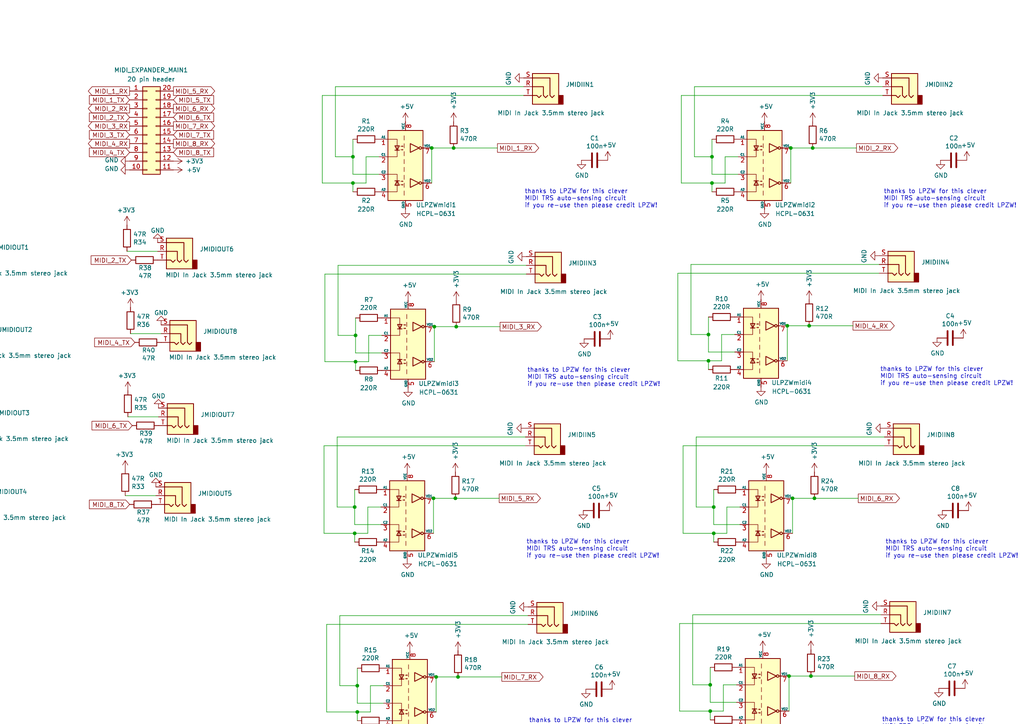
<source format=kicad_sch>
(kicad_sch (version 20230121) (generator eeschema)
  (paper "A4")
  (lib_symbols
    (symbol "CV12 Feb 22 with lpzw midi 5v-rescue:AudioJack3-Connector"
      (property "Reference" "J" (at 0 8.89 0))
      (property "Value" "Connector_AudioJack3" (at 0 6.35 0))
      (symbol "AudioJack3-Connector_0_1"
        (rectangle (start -5.08 -5.08) (end -6.35 -2.54) (stroke (width 0.254)) (fill (type outline)))
        (polyline (pts (xy 0 -2.54) (xy 0.635 -3.175) (xy 1.27 -2.54) (xy 2.54 -2.54)) (stroke (width 0.254)))
        (polyline (pts (xy -1.905 -2.54) (xy -1.27 -3.175) (xy -0.635 -2.54) (xy -0.635 0) (xy 2.54 0)) (stroke (width 0.254)))
        (polyline (pts (xy 2.54 2.54) (xy -2.54 2.54) (xy -2.54 -2.54) (xy -3.175 -3.175) (xy -3.81 -2.54)) (stroke (width 0.254)))
        (rectangle (start 2.54 3.81) (end -5.08 -5.08) (stroke (width 0.254)) (fill (type background)))
      )
      (symbol "AudioJack3-Connector_1_1"
        (pin passive line (at 5.08 0 180) (length 2.54) (name "~") (number "R"))
        (pin passive line (at 5.08 2.54 180) (length 2.54) (name "~") (number "S"))
        (pin passive line (at 5.08 -2.54 180) (length 2.54) (name "~") (number "T"))
      )
    )
    (symbol "Connector_Generic:Conn_02x10_Counter_Clockwise" (pin_names (offset 1.016) hide)
      (property "Reference" "J" (at 1.27 12.7 0))
      (property "Value" "Conn_02x10_Counter_Clockwise" (at 1.27 -15.24 0))
      (symbol "Conn_02x10_Counter_Clockwise_1_1"
        (rectangle (start -1.27 -12.573) (end 0 -12.827) (stroke (width 0.1524)))
        (rectangle (start -1.27 -10.033) (end 0 -10.287) (stroke (width 0.1524)))
        (rectangle (start -1.27 -7.493) (end 0 -7.747) (stroke (width 0.1524)))
        (rectangle (start -1.27 -4.953) (end 0 -5.207) (stroke (width 0.1524)))
        (rectangle (start -1.27 -2.413) (end 0 -2.667) (stroke (width 0.1524)))
        (rectangle (start -1.27 0.127) (end 0 -0.127) (stroke (width 0.1524)))
        (rectangle (start -1.27 2.667) (end 0 2.413) (stroke (width 0.1524)))
        (rectangle (start -1.27 5.207) (end 0 4.953) (stroke (width 0.1524)))
        (rectangle (start -1.27 7.747) (end 0 7.493) (stroke (width 0.1524)))
        (rectangle (start -1.27 10.287) (end 0 10.033) (stroke (width 0.1524)))
        (rectangle (start -1.27 11.43) (end 3.81 -13.97) (stroke (width 0.254)) (fill (type background)))
        (rectangle (start 3.81 -12.573) (end 2.54 -12.827) (stroke (width 0.1524)))
        (rectangle (start 3.81 -10.033) (end 2.54 -10.287) (stroke (width 0.1524)))
        (rectangle (start 3.81 -7.493) (end 2.54 -7.747) (stroke (width 0.1524)))
        (rectangle (start 3.81 -4.953) (end 2.54 -5.207) (stroke (width 0.1524)))
        (rectangle (start 3.81 -2.413) (end 2.54 -2.667) (stroke (width 0.1524)))
        (rectangle (start 3.81 0.127) (end 2.54 -0.127) (stroke (width 0.1524)))
        (rectangle (start 3.81 2.667) (end 2.54 2.413) (stroke (width 0.1524)))
        (rectangle (start 3.81 5.207) (end 2.54 4.953) (stroke (width 0.1524)))
        (rectangle (start 3.81 7.747) (end 2.54 7.493) (stroke (width 0.1524)))
        (rectangle (start 3.81 10.287) (end 2.54 10.033) (stroke (width 0.1524)))
        (pin passive line (at -5.08 10.16 0) (length 3.81) (name "Pin_1") (number "1"))
        (pin passive line (at -5.08 -12.7 0) (length 3.81) (name "Pin_10") (number "10"))
        (pin passive line (at 7.62 -12.7 180) (length 3.81) (name "Pin_11") (number "11"))
        (pin passive line (at 7.62 -10.16 180) (length 3.81) (name "Pin_12") (number "12"))
        (pin passive line (at 7.62 -7.62 180) (length 3.81) (name "Pin_13") (number "13"))
        (pin passive line (at 7.62 -5.08 180) (length 3.81) (name "Pin_14") (number "14"))
        (pin passive line (at 7.62 -2.54 180) (length 3.81) (name "Pin_15") (number "15"))
        (pin passive line (at 7.62 0 180) (length 3.81) (name "Pin_16") (number "16"))
        (pin passive line (at 7.62 2.54 180) (length 3.81) (name "Pin_17") (number "17"))
        (pin passive line (at 7.62 5.08 180) (length 3.81) (name "Pin_18") (number "18"))
        (pin passive line (at 7.62 7.62 180) (length 3.81) (name "Pin_19") (number "19"))
        (pin passive line (at -5.08 7.62 0) (length 3.81) (name "Pin_2") (number "2"))
        (pin passive line (at 7.62 10.16 180) (length 3.81) (name "Pin_20") (number "20"))
        (pin passive line (at -5.08 5.08 0) (length 3.81) (name "Pin_3") (number "3"))
        (pin passive line (at -5.08 2.54 0) (length 3.81) (name "Pin_4") (number "4"))
        (pin passive line (at -5.08 0 0) (length 3.81) (name "Pin_5") (number "5"))
        (pin passive line (at -5.08 -2.54 0) (length 3.81) (name "Pin_6") (number "6"))
        (pin passive line (at -5.08 -5.08 0) (length 3.81) (name "Pin_7") (number "7"))
        (pin passive line (at -5.08 -7.62 0) (length 3.81) (name "Pin_8") (number "8"))
        (pin passive line (at -5.08 -10.16 0) (length 3.81) (name "Pin_9") (number "9"))
      )
    )
    (symbol "Device:C" (pin_numbers hide) (pin_names (offset 0.254))
      (property "Reference" "C" (at 0.635 2.54 0))
      (property "Value" "C" (at 0.635 -2.54 0))
      (symbol "C_0_1"
        (polyline (pts (xy -2.032 -0.762) (xy 2.032 -0.762)) (stroke (width 0.508)))
        (polyline (pts (xy -2.032 0.762) (xy 2.032 0.762)) (stroke (width 0.508)))
      )
      (symbol "C_1_1"
        (pin passive line (at 0 3.81 270) (length 2.794) (name "~") (number "1"))
        (pin passive line (at 0 -3.81 90) (length 2.794) (name "~") (number "2"))
      )
    )
    (symbol "Device:R" (pin_numbers hide) (pin_names (offset 0))
      (property "Reference" "R" (at 2.032 0 90))
      (property "Value" "R" (at 0 0 90))
      (symbol "R_0_1"
        (rectangle (start -1.016 -2.54) (end 1.016 2.54) (stroke (width 0.254)))
      )
      (symbol "R_1_1"
        (pin passive line (at 0 3.81 270) (length 1.27) (name "~") (number "1"))
        (pin passive line (at 0 -3.81 90) (length 1.27) (name "~") (number "2"))
      )
    )
    (symbol "Isolator:HCPL-0631" (pin_names (offset 0))
      (property "Reference" "U" (at -4.064 11.43 0))
      (property "Value" "HCPL-0631" (at 7.874 11.43 0))
      (symbol "HCPL-0631_0_1"
        (rectangle (start -5.08 10.16) (end 5.08 -10.16) (stroke (width 0.254)) (fill (type background)))
      )
      (symbol "HCPL-0631_1_1"
        (polyline (pts (xy -3.048 -4.445) (xy -1.778 -4.445)) (stroke (width 0.254)))
        (polyline (pts (xy -3.048 4.445) (xy -1.778 4.445)) (stroke (width 0.254)))
        (polyline (pts (xy -0.381 -7.366) (xy -0.381 -8.636)))
        (polyline (pts (xy -0.381 -5.08) (xy -0.381 -6.35)))
        (polyline (pts (xy -0.381 -2.794) (xy -0.381 -4.064)))
        (polyline (pts (xy -0.381 -0.508) (xy -0.381 -1.778)))
        (polyline (pts (xy -0.381 1.778) (xy -0.381 0.508)))
        (polyline (pts (xy -0.381 4.064) (xy -0.381 2.794)))
        (polyline (pts (xy -0.381 6.35) (xy -0.381 5.08)))
        (polyline (pts (xy -0.381 8.636) (xy -0.381 7.366)))
        (polyline (pts (xy 4.699 -5.08) (xy 5.207 -5.08)) (stroke (width 0.254)))
        (polyline (pts (xy 4.699 5.08) (xy 5.334 5.08)) (stroke (width 0.254)))
        (polyline (pts (xy -4.953 -7.62) (xy -2.413 -7.62) (xy -2.413 -5.715)))
        (polyline (pts (xy -4.953 7.62) (xy -2.413 7.62) (xy -2.413 4.318)))
        (polyline (pts (xy -2.413 -5.842) (xy -2.413 -2.54) (xy -4.953 -2.54)))
        (polyline (pts (xy -2.413 4.445) (xy -2.413 2.54) (xy -4.953 2.54)))
        (polyline (pts (xy -2.413 -4.445) (xy -3.048 -5.715) (xy -1.778 -5.715) (xy -2.413 -4.445)) (stroke (width 0.254)))
        (polyline (pts (xy -2.413 4.445) (xy -3.048 5.715) (xy -1.778 5.715) (xy -2.413 4.445)) (stroke (width 0.254)))
        (polyline (pts (xy 3.937 -5.08) (xy 1.397 -3.81) (xy 1.397 -6.35) (xy 3.937 -5.08)) (stroke (width 0.254)))
        (polyline (pts (xy 3.937 5.08) (xy 1.397 6.35) (xy 1.397 3.81) (xy 3.937 5.08)) (stroke (width 0.254)))
        (polyline (pts (xy -1.397 -5.588) (xy -0.635 -5.588) (xy -1.016 -5.715) (xy -1.016 -5.461) (xy -0.635 -5.588)) (stroke (width 0.127)))
        (polyline (pts (xy -1.397 -4.572) (xy -0.635 -4.572) (xy -1.016 -4.699) (xy -1.016 -4.445) (xy -0.635 -4.572)) (stroke (width 0.127)))
        (polyline (pts (xy -1.397 4.572) (xy -0.635 4.572) (xy -1.016 4.445) (xy -1.016 4.699) (xy -0.635 4.572)) (stroke (width 0.127)))
        (polyline (pts (xy -1.397 5.588) (xy -0.635 5.588) (xy -1.016 5.461) (xy -1.016 5.715) (xy -0.635 5.588)) (stroke (width 0.127)))
        (circle (center 4.318 -5.08) (radius 0.3556) (stroke (width 0.254)))
        (circle (center 4.318 5.08) (radius 0.3556) (stroke (width 0.254)))
        (pin passive line (at -7.62 7.62 0) (length 2.54) (name "A1") (number "1"))
        (pin passive line (at -7.62 2.54 0) (length 2.54) (name "C1") (number "2"))
        (pin passive line (at -7.62 -2.54 0) (length 2.54) (name "C2") (number "3"))
        (pin passive line (at -7.62 -7.62 0) (length 2.54) (name "A2") (number "4"))
        (pin power_in line (at 0 -12.7 90) (length 2.54) (name "GND") (number "5"))
        (pin open_collector line (at 7.62 -5.08 180) (length 2.54) (name "VO2") (number "6"))
        (pin open_collector line (at 7.62 5.08 180) (length 2.54) (name "VO1") (number "7"))
        (pin power_in line (at 0 12.7 270) (length 2.54) (name "VCC") (number "8"))
      )
    )
    (symbol "power:+3V3" (power) (pin_names (offset 0))
      (property "Value" "+3V3" (at 0 3.556 0))
      (symbol "+3V3_0_1"
        (polyline (pts (xy -0.762 1.27) (xy 0 2.54)))
        (polyline (pts (xy 0 0) (xy 0 2.54)))
        (polyline (pts (xy 0 2.54) (xy 0.762 1.27)))
      )
      (symbol "+3V3_1_1"
        (pin power_in line (at 0 0 90) (length 0) hide (name "+3V3") (number "1"))
      )
    )
    (symbol "power:+5V" (power) (pin_names (offset 0))
      (property "Value" "+5V" (at 0 3.556 0))
      (symbol "+5V_0_1"
        (polyline (pts (xy -0.762 1.27) (xy 0 2.54)))
        (polyline (pts (xy 0 0) (xy 0 2.54)))
        (polyline (pts (xy 0 2.54) (xy 0.762 1.27)))
      )
      (symbol "+5V_1_1"
        (pin power_in line (at 0 0 90) (length 0) hide (name "+5V") (number "1"))
      )
    )
    (symbol "power:GND" (power) (pin_names (offset 0))
      (property "Value" "GND" (at 0 -3.81 0))
      (symbol "GND_0_1"
        (polyline (pts (xy 0 0) (xy 0 -1.27) (xy 1.27 -1.27) (xy 0 -2.54) (xy -1.27 -1.27) (xy 0 -1.27)))
      )
      (symbol "GND_1_1"
        (pin power_in line (at 0 0 270) (length 0) hide (name "GND") (number "1"))
      )
    )
  )
  (junction (at 102.87 154.686))
  (junction (at 125.73 144.526))
  (junction (at 132.08 144.526))
  (junction (at 235.204 196.088))
  (junction (at 102.362 53.086))
  (junction (at 207.01 147.066))
  (junction (at 131.572 42.926))
  (junction (at 206.502 53.086))
  (junction (at 236.22 144.526))
  (junction (at 207.01 154.686))
  (junction (at 103.124 97.282))
  (junction (at 103.632 206.502))
  (junction (at 228.346 94.488))
  (junction (at 205.486 97.028))
  (junction (at 234.696 94.488))
  (junction (at 206.502 45.466))
  (junction (at 228.854 196.088))
  (junction (at 103.124 104.902))
  (junction (at 125.984 94.742))
  (junction (at 126.492 196.342))
  (junction (at 102.87 147.066))
  (junction (at 103.632 198.882))
  (junction (at 229.87 144.526))
  (junction (at 229.362 42.926))
  (junction (at 125.222 42.926))
  (junction (at 132.334 94.742))
  (junction (at 235.712 42.926))
  (junction (at 132.842 196.342))
  (junction (at 205.994 198.628))
  (junction (at 205.486 104.648))
  (junction (at 205.994 206.248))
  (junction (at 102.362 45.466))
  (wire (pts (xy 213.106 97.028) (xy 209.296 97.028)))
  (wire (pts (xy 106.934 97.282) (xy 106.934 104.902)))
  (wire (pts (xy 97.282 45.466) (xy 102.362 45.466)))
  (wire (pts (xy 97.79 126.746) (xy 97.79 147.066)))
  (wire (pts (xy 207.01 154.686) (xy 207.01 157.226)))
  (wire (pts (xy -22.352 120.396) (xy -13.462 120.396)))
  (wire (pts (xy 236.22 144.526) (xy 248.92 144.526)))
  (wire (pts (xy 197.612 53.086) (xy 206.502 53.086)))
  (wire (pts (xy 210.82 147.066) (xy 210.82 154.686)))
  (wire (pts (xy 110.744 102.362) (xy 103.124 102.362)))
  (wire (pts (xy 205.994 193.548) (xy 205.994 198.628)))
  (wire (pts (xy 213.106 102.108) (xy 205.486 102.108)))
  (wire (pts (xy 106.934 104.902) (xy 103.124 104.902)))
  (wire (pts (xy 125.222 42.926) (xy 125.222 53.086)))
  (wire (pts (xy 36.322 143.764) (xy 45.212 143.764)))
  (wire (pts (xy 198.12 129.286) (xy 198.12 154.686)))
  (wire (pts (xy 197.612 27.686) (xy 197.612 53.086)))
  (wire (pts (xy 106.68 147.066) (xy 106.68 154.686)))
  (wire (pts (xy 97.282 25.146) (xy 97.282 45.466)))
  (wire (pts (xy 152.4 129.286) (xy 93.98 129.286)))
  (wire (pts (xy 214.122 45.466) (xy 210.312 45.466)))
  (wire (pts (xy 209.804 206.248) (xy 205.994 206.248)))
  (wire (pts (xy 102.87 141.986) (xy 102.87 147.066)))
  (wire (pts (xy 110.49 147.066) (xy 106.68 147.066)))
  (wire (pts (xy 37.084 120.904) (xy 45.974 120.904)))
  (wire (pts (xy 110.744 97.282) (xy 106.934 97.282)))
  (wire (pts (xy 106.172 53.086) (xy 102.362 53.086)))
  (wire (pts (xy 201.93 126.746) (xy 201.93 147.066)))
  (wire (pts (xy 201.93 147.066) (xy 207.01 147.066)))
  (wire (pts (xy 209.804 198.628) (xy 209.804 206.248)))
  (wire (pts (xy 255.016 76.708) (xy 200.406 76.708)))
  (wire (pts (xy 256.54 129.286) (xy 198.12 129.286)))
  (wire (pts (xy 110.49 152.146) (xy 102.87 152.146)))
  (wire (pts (xy 102.362 53.086) (xy 102.362 55.626)))
  (wire (pts (xy 196.596 79.248) (xy 196.596 104.648)))
  (wire (pts (xy 125.73 144.526) (xy 125.73 154.686)))
  (wire (pts (xy 125.984 94.742) (xy 132.334 94.742)))
  (wire (pts (xy 228.346 94.488) (xy 228.346 104.648)))
  (wire (pts (xy 36.83 72.898) (xy 45.72 72.898)))
  (wire (pts (xy 201.422 25.146) (xy 201.422 45.466)))
  (wire (pts (xy 132.842 196.342) (xy 145.542 196.342)))
  (wire (pts (xy 229.87 144.526) (xy 229.87 154.686)))
  (wire (pts (xy 256.54 126.746) (xy 201.93 126.746)))
  (wire (pts (xy 228.854 196.088) (xy 235.204 196.088)))
  (wire (pts (xy 111.252 198.882) (xy 107.442 198.882)))
  (wire (pts (xy 103.124 104.902) (xy 103.124 107.442)))
  (wire (pts (xy 153.162 181.102) (xy 94.742 181.102)))
  (wire (pts (xy 235.204 196.088) (xy 247.904 196.088)))
  (wire (pts (xy 103.124 97.282) (xy 103.124 102.362)))
  (wire (pts (xy 102.362 45.466) (xy 102.362 50.546)))
  (wire (pts (xy -23.114 143.256) (xy -14.224 143.256)))
  (wire (pts (xy 206.502 53.086) (xy 206.502 55.626)))
  (wire (pts (xy 210.82 154.686) (xy 207.01 154.686)))
  (wire (pts (xy 256.032 27.686) (xy 197.612 27.686)))
  (wire (pts (xy 132.334 94.742) (xy 145.034 94.742)))
  (wire (pts (xy 207.01 141.986) (xy 207.01 147.066)))
  (wire (pts (xy 209.296 104.648) (xy 205.486 104.648)))
  (wire (pts (xy 98.552 198.882) (xy 103.632 198.882)))
  (wire (pts (xy 214.122 50.546) (xy 206.502 50.546)))
  (wire (pts (xy 200.914 198.628) (xy 205.994 198.628)))
  (wire (pts (xy 94.234 79.502) (xy 94.234 104.902)))
  (wire (pts (xy 229.362 42.926) (xy 229.362 53.086)))
  (wire (pts (xy 93.98 154.686) (xy 102.87 154.686)))
  (wire (pts (xy 102.87 147.066) (xy 102.87 152.146)))
  (wire (pts (xy 103.632 193.802) (xy 103.632 198.882)))
  (wire (pts (xy 200.406 97.028) (xy 205.486 97.028)))
  (wire (pts (xy 98.552 178.562) (xy 98.552 198.882)))
  (wire (pts (xy 197.104 180.848) (xy 197.104 206.248)))
  (wire (pts (xy 255.524 178.308) (xy 200.914 178.308)))
  (wire (pts (xy 103.632 198.882) (xy 103.632 203.962)))
  (wire (pts (xy 103.632 206.502) (xy 103.632 209.042)))
  (wire (pts (xy 93.98 129.286) (xy 93.98 154.686)))
  (wire (pts (xy 198.12 154.686) (xy 207.01 154.686)))
  (wire (pts (xy 37.846 96.774) (xy 46.736 96.774)))
  (wire (pts (xy 256.032 25.146) (xy 201.422 25.146)))
  (wire (pts (xy 209.296 97.028) (xy 209.296 104.648)))
  (wire (pts (xy 131.572 42.926) (xy 144.272 42.926)))
  (wire (pts (xy 107.442 198.882) (xy 107.442 206.502)))
  (wire (pts (xy 200.914 178.308) (xy 200.914 198.628)))
  (wire (pts (xy 205.486 91.948) (xy 205.486 97.028)))
  (wire (pts (xy -21.59 96.266) (xy -12.7 96.266)))
  (wire (pts (xy 228.854 196.088) (xy 228.854 206.248)))
  (wire (pts (xy 207.01 147.066) (xy 207.01 152.146)))
  (wire (pts (xy 106.68 154.686) (xy 102.87 154.686)))
  (wire (pts (xy 206.502 40.386) (xy 206.502 45.466)))
  (wire (pts (xy 205.994 206.248) (xy 205.994 208.788)))
  (wire (pts (xy 107.442 206.502) (xy 103.632 206.502)))
  (wire (pts (xy 206.502 45.466) (xy 206.502 50.546)))
  (wire (pts (xy 229.87 144.526) (xy 236.22 144.526)))
  (wire (pts (xy 93.472 27.686) (xy 93.472 53.086)))
  (wire (pts (xy 229.362 42.926) (xy 235.712 42.926)))
  (wire (pts (xy 235.712 42.926) (xy 248.412 42.926)))
  (wire (pts (xy 153.162 178.562) (xy 98.552 178.562)))
  (wire (pts (xy 228.346 94.488) (xy 234.696 94.488)))
  (wire (pts (xy 109.982 45.466) (xy 106.172 45.466)))
  (wire (pts (xy 200.406 76.708) (xy 200.406 97.028)))
  (wire (pts (xy 214.63 152.146) (xy 207.01 152.146)))
  (wire (pts (xy 152.654 79.502) (xy 94.234 79.502)))
  (wire (pts (xy 111.252 203.962) (xy 103.632 203.962)))
  (wire (pts (xy 151.892 27.686) (xy 93.472 27.686)))
  (wire (pts (xy 102.362 40.386) (xy 102.362 45.466)))
  (wire (pts (xy 152.4 126.746) (xy 97.79 126.746)))
  (wire (pts (xy 210.312 53.086) (xy 206.502 53.086)))
  (wire (pts (xy 102.87 154.686) (xy 102.87 157.226)))
  (wire (pts (xy 197.104 206.248) (xy 205.994 206.248)))
  (wire (pts (xy 109.982 50.546) (xy 102.362 50.546)))
  (wire (pts (xy 201.422 45.466) (xy 206.502 45.466)))
  (wire (pts (xy 103.124 92.202) (xy 103.124 97.282)))
  (wire (pts (xy 125.984 94.742) (xy 125.984 104.902)))
  (wire (pts (xy 255.524 180.848) (xy 197.104 180.848)))
  (wire (pts (xy 213.614 203.708) (xy 205.994 203.708)))
  (wire (pts (xy 210.312 45.466) (xy 210.312 53.086)))
  (wire (pts (xy -22.606 72.39) (xy -13.716 72.39)))
  (wire (pts (xy 151.892 25.146) (xy 97.282 25.146)))
  (wire (pts (xy 125.73 144.526) (xy 132.08 144.526)))
  (wire (pts (xy 234.696 94.488) (xy 247.396 94.488)))
  (wire (pts (xy 205.994 198.628) (xy 205.994 203.708)))
  (wire (pts (xy 93.472 53.086) (xy 102.362 53.086)))
  (wire (pts (xy 126.492 196.342) (xy 132.842 196.342)))
  (wire (pts (xy 132.08 144.526) (xy 144.78 144.526)))
  (wire (pts (xy 214.63 147.066) (xy 210.82 147.066)))
  (wire (pts (xy 98.044 76.962) (xy 98.044 97.282)))
  (wire (pts (xy 126.492 196.342) (xy 126.492 206.502)))
  (wire (pts (xy 213.614 198.628) (xy 209.804 198.628)))
  (wire (pts (xy 94.234 104.902) (xy 103.124 104.902)))
  (wire (pts (xy 255.016 79.248) (xy 196.596 79.248)))
  (wire (pts (xy 205.486 97.028) (xy 205.486 102.108)))
  (wire (pts (xy 106.172 45.466) (xy 106.172 53.086)))
  (wire (pts (xy 205.486 104.648) (xy 205.486 107.188)))
  (wire (pts (xy 97.79 147.066) (xy 102.87 147.066)))
  (wire (pts (xy 125.222 42.926) (xy 131.572 42.926)))
  (wire (pts (xy 94.742 206.502) (xy 103.632 206.502)))
  (wire (pts (xy 94.742 181.102) (xy 94.742 206.502)))
  (wire (pts (xy 152.654 76.962) (xy 98.044 76.962)))
  (wire (pts (xy 98.044 97.282) (xy 103.124 97.282)))
  (wire (pts (xy 196.596 104.648) (xy 205.486 104.648)))
  (text "thanks to LPZW for this clever \nMIDI TRS auto-sensing circuit \nif you re-use then please credit LPZW!" (at 255.778 213.614 0) (effects (font (size 1.27 1.27)) (justify left bottom)))
  (text "thanks to LPZW for this clever \nMIDI TRS auto-sensing circuit \nif you re-use then please credit LPZW!" (at 153.416 213.868 0) (effects (font (size 1.27 1.27)) (justify left bottom)))
  (text "thanks to LPZW for this clever \nMIDI TRS auto-sensing circuit \nif you re-use then please credit LPZW!" (at 256.794 162.052 0) (effects (font (size 1.27 1.27)) (justify left bottom)))
  (text "thanks to LPZW for this clever \nMIDI TRS auto-sensing circuit \nif you re-use then please credit LPZW!" (at 152.654 162.052 0) (effects (font (size 1.27 1.27)) (justify left bottom)))
  (text "thanks to LPZW for this clever \nMIDI TRS auto-sensing circuit \nif you re-use then please credit LPZW!" (at 152.908 112.268 0) (effects (font (size 1.27 1.27)) (justify left bottom)))
  (text "thanks to LPZW for this clever \nMIDI TRS auto-sensing circuit \nif you re-use then please credit LPZW!" (at 255.27 112.014 0) (effects (font (size 1.27 1.27)) (justify left bottom)))
  (text "thanks to LPZW for this clever \nMIDI TRS auto-sensing circuit \nif you re-use then please credit LPZW!" (at 256.286 60.452 0) (effects (font (size 1.27 1.27)) (justify left bottom)))
  (text "thanks to LPZW for this clever \nMIDI TRS auto-sensing circuit \nif you re-use then please credit LPZW!" (at 152.146 60.452 0) (effects (font (size 1.27 1.27)) (justify left bottom)))
  (global_label "MIDI_4_TX" (shape input) (at 37.592 44.196 180) (property "Intersheetrefs" "${INTERSHEET_REFS}" (effects hide)))
  (global_label "MIDI_6_TX" (shape input) (at 50.292 34.036 0) (property "Intersheetrefs" "${INTERSHEET_REFS}" (effects hide)))
  (global_label "MIDI_4_RX" (shape output) (at 37.592 41.656 180) (property "Intersheetrefs" "${INTERSHEET_REFS}" (effects hide)))
  (global_label "MIDI_5_RX" (shape output) (at 50.292 26.416 0) (property "Intersheetrefs" "${INTERSHEET_REFS}" (effects hide)))
  (global_label "MIDI_2_RX" (shape output) (at 248.412 42.926 0) (property "Intersheetrefs" "${INTERSHEET_REFS}" (effects hide)))
  (global_label "MIDI_6_RX" (shape output) (at 248.92 144.526 0) (property "Intersheetrefs" "${INTERSHEET_REFS}" (effects hide)))
  (global_label "MIDI_5_TX" (shape input) (at 50.292 28.956 0) (property "Intersheetrefs" "${INTERSHEET_REFS}" (effects hide)))
  (global_label "MIDI_3_RX" (shape output) (at 145.034 94.742 0) (property "Intersheetrefs" "${INTERSHEET_REFS}" (effects hide)))
  (global_label "MIDI_6_TX" (shape input) (at 38.354 123.444 180) (property "Intersheetrefs" "${INTERSHEET_REFS}" (effects hide)))
  (global_label "MIDI_2_TX" (shape input) (at 37.592 34.036 180) (property "Intersheetrefs" "${INTERSHEET_REFS}" (effects hide)))
  (global_label "MIDI_8_RX" (shape output) (at 50.292 41.656 0) (property "Intersheetrefs" "${INTERSHEET_REFS}" (effects hide)))
  (global_label "MIDI_1_TX" (shape input) (at 37.592 28.956 180) (property "Intersheetrefs" "${INTERSHEET_REFS}" (effects hide)))
  (global_label "MIDI_2_RX" (shape output) (at 37.592 31.496 180) (property "Intersheetrefs" "${INTERSHEET_REFS}" (effects hide)))
  (global_label "MIDI_8_TX" (shape input) (at 50.292 44.196 0) (property "Intersheetrefs" "${INTERSHEET_REFS}" (effects hide)))
  (global_label "MIDI_3_TX" (shape input) (at -20.32 98.806 180) (property "Intersheetrefs" "${INTERSHEET_REFS}" (effects hide)))
  (global_label "MIDI_5_RX" (shape output) (at 144.78 144.526 0) (property "Intersheetrefs" "${INTERSHEET_REFS}" (effects hide)))
  (global_label "MIDI_8_RX" (shape output) (at 247.904 196.088 0) (property "Intersheetrefs" "${INTERSHEET_REFS}" (effects hide)))
  (global_label "MIDI_1_RX" (shape output) (at 144.272 42.926 0) (property "Intersheetrefs" "${INTERSHEET_REFS}" (effects hide)))
  (global_label "MIDI_7_TX" (shape input) (at 50.292 39.116 0) (property "Intersheetrefs" "${INTERSHEET_REFS}" (effects hide)))
  (global_label "MIDI_6_RX" (shape output) (at 50.292 31.496 0) (property "Intersheetrefs" "${INTERSHEET_REFS}" (effects hide)))
  (global_label "MIDI_1_TX" (shape input) (at -21.336 74.93 180) (property "Intersheetrefs" "${INTERSHEET_REFS}" (effects hide)))
  (global_label "MIDI_3_TX" (shape input) (at 37.592 39.116 180) (property "Intersheetrefs" "${INTERSHEET_REFS}" (effects hide)))
  (global_label "MIDI_1_RX" (shape output) (at 37.592 26.416 180) (property "Intersheetrefs" "${INTERSHEET_REFS}" (effects hide)))
  (global_label "MIDI_2_TX" (shape input) (at 38.1 75.438 180) (property "Intersheetrefs" "${INTERSHEET_REFS}" (effects hide)))
  (global_label "MIDI_7_RX" (shape output) (at 50.292 36.576 0) (property "Intersheetrefs" "${INTERSHEET_REFS}" (effects hide)))
  (global_label "MIDI_5_TX" (shape input) (at -21.082 122.936 180) (property "Intersheetrefs" "${INTERSHEET_REFS}" (effects hide)))
  (global_label "MIDI_8_TX" (shape input) (at 37.592 146.304 180) (property "Intersheetrefs" "${INTERSHEET_REFS}" (effects hide)))
  (global_label "MIDI_3_RX" (shape output) (at 37.592 36.576 180) (property "Intersheetrefs" "${INTERSHEET_REFS}" (effects hide)))
  (global_label "MIDI_4_RX" (shape output) (at 247.396 94.488 0) (property "Intersheetrefs" "${INTERSHEET_REFS}" (effects hide)))
  (global_label "MIDI_4_TX" (shape input) (at 39.116 99.314 180) (property "Intersheetrefs" "${INTERSHEET_REFS}" (effects hide)))
  (global_label "MIDI_7_RX" (shape output) (at 145.542 196.342 0) (property "Intersheetrefs" "${INTERSHEET_REFS}" (effects hide)))
  (global_label "MIDI_7_TX" (shape input) (at -21.844 145.796 180) (property "Intersheetrefs" "${INTERSHEET_REFS}" (effects hide)))
  (symbol (lib_id "power:GND") (at 272.288 199.644 0) (unit 1)
    (property "Reference" "#PWR049" (effects hide))
    (property "Value" "GND" (at 272.415 204.0382 0))
  )
  (symbol (lib_id "power:+3V3") (at -21.59 88.646 0) (unit 1)
    (property "Reference" "#PWR055" (effects hide))
    (property "Value" "+3V3" (at -21.844 84.328 0))
  )
  (symbol (lib_id "CV12 Feb 22 with lpzw midi 5v-rescue:AudioJack3-Connector") (at 158.242 178.562 0) (mirror y) (unit 1)
    (property "Reference" "JMIDIIN6" (at 165.354 177.927 0) (effects (justify right)))
    (property "Value" "MIDI In Jack 3.5mm stereo jack" (at 145.542 186.182 0) (effects (justify right)))
    (property "Footprint" "doctea:Jack_3.5mm_QingPu_WQP-PJ398SM_TRS_Vertical_CircularHoles" (effects hide))
  )
  (symbol (lib_id "Device:C") (at 172.974 148.082 270) (unit 1)
    (property "Reference" "C5" (at 172.974 141.6812 90))
    (property "Value" "100n" (at 172.974 143.9926 90))
    (property "Footprint" "Capacitor_SMD:C_0805_2012Metric" (effects hide))
  )
  (symbol (lib_id "Device:R") (at 209.296 107.188 270) (unit 1)
    (property "Reference" "R11" (at 209.296 109.728 90))
    (property "Value" "220R" (at 209.296 112.268 90))
    (property "Footprint" "Resistor_SMD:R_0805_2012Metric" (effects hide))
  )
  (symbol (lib_id "Device:C") (at 275.59 98.044 270) (unit 1)
    (property "Reference" "C4" (at 275.59 91.6432 90))
    (property "Value" "100n" (at 275.59 93.9546 90))
    (property "Footprint" "Capacitor_SMD:C_0805_2012Metric" (effects hide))
  )
  (symbol (lib_id "Isolator:HCPL-0631") (at 220.726 99.568 0) (unit 1)
    (property "Reference" "ULPZWmidi4" (at 229.616 110.998 0))
    (property "Value" "HCPL-0631" (at 229.616 113.538 0))
    (property "Footprint" "Package_SO:SOIC-8_3.9x4.9mm_P1.27mm" (effects hide))
    (property "Datasheet" "https://docs.broadcom.com/docs/AV02-0940EN" (effects hide))
  )
  (symbol (lib_id "Device:R") (at 132.842 192.532 0) (unit 1)
    (property "Reference" "R18" (at 134.62 191.3636 0) (effects (justify left)))
    (property "Value" "470R" (at 134.62 193.675 0) (effects (justify left)))
    (property "Footprint" "Resistor_SMD:R_0805_2012Metric" (effects hide))
  )
  (symbol (lib_id "power:GND") (at 46.736 94.234 180) (unit 1)
    (property "Reference" "#PWR068" (effects hide))
    (property "Value" "GND" (at 46.736 90.7321 0))
  )
  (symbol (lib_id "Device:R") (at 106.172 40.386 270) (unit 1)
    (property "Reference" "R1" (at 106.172 35.1282 90))
    (property "Value" "220R" (at 106.172 37.4396 90))
    (property "Footprint" "Resistor_SMD:R_0805_2012Metric" (effects hide))
  )
  (symbol (lib_id "Connector_Generic:Conn_02x10_Counter_Clockwise") (at 42.672 36.576 0) (unit 1)
    (property "Reference" "MIDI_EXPANDER_MAIN1" (at 43.815 20.32 0))
    (property "Value" "20 pin header" (at 43.815 22.987 0))
    (property "Footprint" "Connector_PinHeader_2.54mm:PinHeader_2x10_P2.54mm_Vertical" (effects hide))
  )
  (symbol (lib_id "CV12 Feb 22 with lpzw midi 5v-rescue:AudioJack3-Connector") (at -9.144 143.256 0) (mirror y) (unit 1)
    (property "Reference" "JMIDIOUT4" (at -2.032 142.621 0) (effects (justify right)))
    (property "Value" "MIDI In Jack 3.5mm stereo jack" (at -11.938 150.114 0) (effects (justify right)))
    (property "Footprint" "doctea:Jack_3.5mm_QingPu_WQP-PJ398SM_TRS_Vertical_CircularHoles" (effects hide))
  )
  (symbol (lib_id "power:GND") (at 256.032 22.606 270) (unit 1)
    (property "Reference" "#PWR014" (effects hide))
    (property "Value" "GND" (at 251.6378 22.733 0))
  )
  (symbol (lib_id "CV12 Feb 22 with lpzw midi 5v-rescue:AudioJack3-Connector") (at 157.48 126.746 0) (mirror y) (unit 1)
    (property "Reference" "JMIDIIN5" (at 164.592 126.111 0) (effects (justify right)))
    (property "Value" "MIDI In Jack 3.5mm stereo jack" (at 144.78 134.366 0) (effects (justify right)))
    (property "Footprint" "doctea:Jack_3.5mm_QingPu_WQP-PJ398SM_TRS_Vertical_CircularHoles" (effects hide))
  )
  (symbol (lib_id "power:+5V") (at 279.4 98.044 0) (unit 1)
    (property "Reference" "#PWR028" (effects hide))
    (property "Value" "+5V" (at 279.781 93.6498 0))
  )
  (symbol (lib_id "power:GND") (at 255.016 74.168 270) (unit 1)
    (property "Reference" "#PWR026" (effects hide))
    (property "Value" "GND" (at 250.6218 74.295 0))
  )
  (symbol (lib_id "Device:C") (at 172.466 46.482 270) (unit 1)
    (property "Reference" "C1" (at 172.466 40.0812 90))
    (property "Value" "100n" (at 172.466 42.3926 90))
    (property "Footprint" "Capacitor_SMD:C_0805_2012Metric" (effects hide))
  )
  (symbol (lib_id "CV12 Feb 22 with lpzw midi 5v-rescue:AudioJack3-Connector") (at -8.636 72.39 0) (mirror y) (unit 1)
    (property "Reference" "JMIDIOUT1" (at -1.524 71.755 0) (effects (justify right)))
    (property "Value" "MIDI In Jack 3.5mm stereo jack" (at -11.43 79.248 0) (effects (justify right)))
    (property "Footprint" "doctea:Jack_3.5mm_QingPu_WQP-PJ398SM_TRS_Vertical_CircularHoles" (effects hide))
  )
  (symbol (lib_id "power:GND") (at 118.872 214.122 0) (unit 1)
    (property "Reference" "#PWR032" (effects hide))
    (property "Value" "GND" (at 118.999 218.5162 0))
  )
  (symbol (lib_id "Isolator:HCPL-0631") (at 221.742 48.006 0) (unit 1)
    (property "Reference" "ULPZWmidi2" (at 230.632 59.436 0))
    (property "Value" "HCPL-0631" (at 230.632 61.976 0))
    (property "Footprint" "Package_SO:SOIC-8_3.9x4.9mm_P1.27mm" (effects hide))
    (property "Datasheet" "https://docs.broadcom.com/docs/AV02-0940EN" (effects hide))
  )
  (symbol (lib_id "Device:R") (at -17.526 74.93 270) (mirror x) (unit 1)
    (property "Reference" "R26" (at -19.304 77.1906 90) (effects (justify left)))
    (property "Value" "47R" (at -19.304 79.502 90) (effects (justify left)))
    (property "Footprint" "Resistor_SMD:R_0805_2012Metric" (effects hide))
  )
  (symbol (lib_id "Device:R") (at 106.934 92.202 270) (unit 1)
    (property "Reference" "R7" (at 106.934 86.9442 90))
    (property "Value" "220R" (at 106.934 89.2556 90))
    (property "Footprint" "Resistor_SMD:R_0805_2012Metric" (effects hide))
  )
  (symbol (lib_id "power:GND") (at 272.796 46.482 0) (unit 1)
    (property "Reference" "#PWR015" (effects hide))
    (property "Value" "GND" (at 272.923 50.8762 0))
  )
  (symbol (lib_id "power:GND") (at -13.462 117.856 180) (unit 1)
    (property "Reference" "#PWR058" (effects hide))
    (property "Value" "GND" (at -13.462 114.3541 0))
  )
  (symbol (lib_id "Device:R") (at 36.322 139.954 0) (mirror x) (unit 1)
    (property "Reference" "R33" (at 38.1 141.1224 0) (effects (justify left)))
    (property "Value" "47R" (at 38.1 138.811 0) (effects (justify left)))
    (property "Footprint" "Resistor_SMD:R_0805_2012Metric" (effects hide))
  )
  (symbol (lib_id "Device:R") (at 132.08 140.716 0) (unit 1)
    (property "Reference" "R17" (at 133.858 139.5476 0) (effects (justify left)))
    (property "Value" "470R" (at 133.858 141.859 0) (effects (justify left)))
    (property "Footprint" "Resistor_SMD:R_0805_2012Metric" (effects hide))
  )
  (symbol (lib_id "power:GND") (at 37.592 49.276 270) (unit 1)
    (property "Reference" "#PWR08" (effects hide))
    (property "Value" "GND" (at 34.417 48.9592 90) (effects (justify right)))
  )
  (symbol (lib_id "power:+3V3") (at 236.22 136.906 0) (unit 1)
    (property "Reference" "#PWR046" (effects hide))
    (property "Value" "+3V3" (at 236.22 130.81 90))
  )
  (symbol (lib_id "power:+3V3") (at 37.084 113.284 0) (unit 1)
    (property "Reference" "#PWR063" (effects hide))
    (property "Value" "+3V3" (at 36.83 108.966 0))
  )
  (symbol (lib_id "power:+5V") (at 220.726 86.868 0) (unit 1)
    (property "Reference" "#PWR023" (effects hide))
    (property "Value" "+5V" (at 221.107 82.4738 0))
  )
  (symbol (lib_id "Device:R") (at 210.82 141.986 270) (unit 1)
    (property "Reference" "R21" (at 210.82 136.7282 90))
    (property "Value" "220R" (at 210.82 139.0396 90))
    (property "Footprint" "Resistor_SMD:R_0805_2012Metric" (effects hide))
  )
  (symbol (lib_id "power:GND") (at 169.164 148.082 0) (unit 1)
    (property "Reference" "#PWR037" (effects hide))
    (property "Value" "GND" (at 169.291 152.4762 0))
  )
  (symbol (lib_id "Device:R") (at -21.59 92.456 0) (mirror x) (unit 1)
    (property "Reference" "R27" (at -19.812 93.6244 0) (effects (justify left)))
    (property "Value" "47R" (at -19.812 91.313 0) (effects (justify left)))
    (property "Footprint" "Resistor_SMD:R_0805_2012Metric" (effects hide))
  )
  (symbol (lib_id "power:+5V") (at 280.924 148.082 0) (unit 1)
    (property "Reference" "#PWR052" (effects hide))
    (property "Value" "+5V" (at 281.305 143.6878 0))
  )
  (symbol (lib_id "Device:R") (at 107.442 193.802 270) (unit 1)
    (property "Reference" "R15" (at 107.442 188.5442 90))
    (property "Value" "220R" (at 107.442 190.8556 90))
    (property "Footprint" "Resistor_SMD:R_0805_2012Metric" (effects hide))
  )
  (symbol (lib_id "Device:R") (at 36.83 69.088 0) (mirror x) (unit 1)
    (property "Reference" "R34" (at 38.608 70.2564 0) (effects (justify left)))
    (property "Value" "47R" (at 38.608 67.945 0) (effects (justify left)))
    (property "Footprint" "Resistor_SMD:R_0805_2012Metric" (effects hide))
  )
  (symbol (lib_id "power:+5V") (at 117.602 35.306 0) (unit 1)
    (property "Reference" "#PWR01" (effects hide))
    (property "Value" "+5V" (at 117.983 30.9118 0))
  )
  (symbol (lib_id "CV12 Feb 22 with lpzw midi 5v-rescue:AudioJack3-Connector") (at 51.816 96.774 0) (mirror y) (unit 1)
    (property "Reference" "JMIDIOUT8" (at 58.928 96.139 0) (effects (justify right)))
    (property "Value" "MIDI In Jack 3.5mm stereo jack" (at 49.022 103.632 0) (effects (justify right)))
    (property "Footprint" "doctea:Jack_3.5mm_QingPu_WQP-PJ398SM_TRS_Vertical_CircularHoles" (effects hide))
  )
  (symbol (lib_id "Device:R") (at 132.334 90.932 0) (unit 1)
    (property "Reference" "R9" (at 134.112 89.7636 0) (effects (justify left)))
    (property "Value" "470R" (at 134.112 92.075 0) (effects (justify left)))
    (property "Footprint" "Resistor_SMD:R_0805_2012Metric" (effects hide))
  )
  (symbol (lib_id "Device:R") (at 209.296 91.948 270) (unit 1)
    (property "Reference" "R10" (at 209.296 86.6902 90))
    (property "Value" "220R" (at 209.296 89.0016 90))
    (property "Footprint" "Resistor_SMD:R_0805_2012Metric" (effects hide))
  )
  (symbol (lib_id "Device:R") (at 106.68 141.986 270) (unit 1)
    (property "Reference" "R13" (at 106.68 136.7282 90))
    (property "Value" "220R" (at 106.68 139.0396 90))
    (property "Footprint" "Resistor_SMD:R_0805_2012Metric" (effects hide))
  )
  (symbol (lib_id "power:+5V") (at 118.11 136.906 0) (unit 1)
    (property "Reference" "#PWR029" (effects hide))
    (property "Value" "+5V" (at 118.491 132.5118 0))
  )
  (symbol (lib_id "power:GND") (at 168.656 46.482 0) (unit 1)
    (property "Reference" "#PWR05" (effects hide))
    (property "Value" "GND" (at 168.783 50.8762 0))
  )
  (symbol (lib_id "power:+3V3") (at 50.292 46.736 270) (unit 1)
    (property "Reference" "#PWR09" (effects hide))
    (property "Value" "+3V3" (at 56.388 46.736 90))
  )
  (symbol (lib_id "Device:R") (at -22.606 68.58 0) (mirror x) (unit 1)
    (property "Reference" "R25" (at -20.828 69.7484 0) (effects (justify left)))
    (property "Value" "47R" (at -20.828 67.437 0) (effects (justify left)))
    (property "Footprint" "Resistor_SMD:R_0805_2012Metric" (effects hide))
  )
  (symbol (lib_id "Device:R") (at 106.68 157.226 270) (unit 1)
    (property "Reference" "R14" (at 106.68 159.766 90))
    (property "Value" "220R" (at 106.68 162.306 90))
    (property "Footprint" "Resistor_SMD:R_0805_2012Metric" (effects hide))
  )
  (symbol (lib_id "CV12 Feb 22 with lpzw midi 5v-rescue:AudioJack3-Connector") (at 50.292 143.764 0) (mirror y) (unit 1)
    (property "Reference" "JMIDIOUT5" (at 57.404 143.129 0) (effects (justify right)))
    (property "Value" "MIDI In Jack 3.5mm stereo jack" (at 47.498 150.622 0) (effects (justify right)))
    (property "Footprint" "doctea:Jack_3.5mm_QingPu_WQP-PJ398SM_TRS_Vertical_CircularHoles" (effects hide))
  )
  (symbol (lib_id "power:+3V3") (at -22.606 64.77 0) (unit 1)
    (property "Reference" "#PWR053" (effects hide))
    (property "Value" "+3V3" (at -22.86 60.452 0))
  )
  (symbol (lib_id "power:GND") (at -13.716 69.85 180) (unit 1)
    (property "Reference" "#PWR054" (effects hide))
    (property "Value" "GND" (at -13.716 66.3481 0))
  )
  (symbol (lib_id "power:GND") (at 151.892 22.606 270) (unit 1)
    (property "Reference" "#PWR04" (effects hide))
    (property "Value" "GND" (at 147.4978 22.733 0))
  )
  (symbol (lib_id "power:GND") (at 220.726 112.268 0) (unit 1)
    (property "Reference" "#PWR024" (effects hide))
    (property "Value" "GND" (at 220.853 116.6622 0))
  )
  (symbol (lib_id "CV12 Feb 22 with lpzw midi 5v-rescue:AudioJack3-Connector") (at -7.62 96.266 0) (mirror y) (unit 1)
    (property "Reference" "JMIDIOUT2" (at -0.508 95.631 0) (effects (justify right)))
    (property "Value" "MIDI In Jack 3.5mm stereo jack" (at -10.414 103.124 0) (effects (justify right)))
    (property "Footprint" "doctea:Jack_3.5mm_QingPu_WQP-PJ398SM_TRS_Vertical_CircularHoles" (effects hide))
  )
  (symbol (lib_id "power:GND") (at 256.54 124.206 270) (unit 1)
    (property "Reference" "#PWR048" (effects hide))
    (property "Value" "GND" (at 252.1458 124.333 0))
  )
  (symbol (lib_id "CV12 Feb 22 with lpzw midi 5v-rescue:AudioJack3-Connector") (at 261.62 126.746 0) (mirror y) (unit 1)
    (property "Reference" "JMIDIIN8" (at 268.732 126.111 0) (effects (justify right)))
    (property "Value" "MIDI In Jack 3.5mm stereo jack" (at 248.92 134.366 0) (effects (justify right)))
    (property "Footprint" "doctea:Jack_3.5mm_QingPu_WQP-PJ398SM_TRS_Vertical_CircularHoles" (effects hide))
  )
  (symbol (lib_id "power:GND") (at 45.212 141.224 180) (unit 1)
    (property "Reference" "#PWR065" (effects hide))
    (property "Value" "GND" (at 45.212 137.7221 0))
  )
  (symbol (lib_id "power:+3V3") (at 36.83 65.278 0) (unit 1)
    (property "Reference" "#PWR062" (effects hide))
    (property "Value" "+3V3" (at 36.576 60.96 0))
  )
  (symbol (lib_id "power:+5V") (at 176.276 46.482 0) (unit 1)
    (property "Reference" "#PWR06" (effects hide))
    (property "Value" "+5V" (at 176.657 42.0878 0))
  )
  (symbol (lib_id "power:GND") (at 45.974 118.364 180) (unit 1)
    (property "Reference" "#PWR067" (effects hide))
    (property "Value" "GND" (at 45.974 114.8621 0))
  )
  (symbol (lib_id "Device:R") (at 234.696 90.678 0) (unit 1)
    (property "Reference" "R12" (at 236.474 89.5096 0) (effects (justify left)))
    (property "Value" "470R" (at 236.474 91.821 0) (effects (justify left)))
    (property "Footprint" "Resistor_SMD:R_0805_2012Metric" (effects hide))
  )
  (symbol (lib_id "Isolator:HCPL-0631") (at 118.364 99.822 0) (unit 1)
    (property "Reference" "ULPZWmidi3" (at 127.254 111.252 0))
    (property "Value" "HCPL-0631" (at 127.254 113.792 0))
    (property "Footprint" "Package_SO:SOIC-8_3.9x4.9mm_P1.27mm" (effects hide))
    (property "Datasheet" "https://docs.broadcom.com/docs/AV02-0940EN" (effects hide))
  )
  (symbol (lib_id "Device:R") (at 42.164 123.444 270) (mirror x) (unit 1)
    (property "Reference" "R39" (at 40.386 125.7046 90) (effects (justify left)))
    (property "Value" "47R" (at 40.386 128.016 90) (effects (justify left)))
    (property "Footprint" "Resistor_SMD:R_0805_2012Metric" (effects hide))
  )
  (symbol (lib_id "CV12 Feb 22 with lpzw midi 5v-rescue:AudioJack3-Connector") (at 50.8 72.898 0) (mirror y) (unit 1)
    (property "Reference" "JMIDIOUT6" (at 57.912 72.263 0) (effects (justify right)))
    (property "Value" "MIDI In Jack 3.5mm stereo jack" (at 48.006 79.756 0) (effects (justify right)))
    (property "Footprint" "doctea:Jack_3.5mm_QingPu_WQP-PJ398SM_TRS_Vertical_CircularHoles" (effects hide))
  )
  (symbol (lib_id "Device:C") (at 173.228 98.298 270) (unit 1)
    (property "Reference" "C3" (at 173.228 91.8972 90))
    (property "Value" "100n" (at 173.228 94.2086 90))
    (property "Footprint" "Capacitor_SMD:C_0805_2012Metric" (effects hide))
  )
  (symbol (lib_id "Device:R") (at 106.934 107.442 270) (unit 1)
    (property "Reference" "R8" (at 106.934 109.982 90))
    (property "Value" "220R" (at 106.934 112.522 90))
    (property "Footprint" "Resistor_SMD:R_0805_2012Metric" (effects hide))
  )
  (symbol (lib_id "power:+3V3") (at 132.334 87.122 0) (unit 1)
    (property "Reference" "#PWR019" (effects hide))
    (property "Value" "+3V3" (at 132.334 81.026 90))
  )
  (symbol (lib_id "power:+3V3") (at 235.712 35.306 0) (unit 1)
    (property "Reference" "#PWR013" (effects hide))
    (property "Value" "+3V3" (at 235.712 29.21 90))
  )
  (symbol (lib_id "Device:R") (at 235.712 39.116 0) (unit 1)
    (property "Reference" "R6" (at 237.49 37.9476 0) (effects (justify left)))
    (property "Value" "470R" (at 237.49 40.259 0) (effects (justify left)))
    (property "Footprint" "Resistor_SMD:R_0805_2012Metric" (effects hide))
  )
  (symbol (lib_id "power:+5V") (at 50.292 49.276 270) (unit 1)
    (property "Reference" "#PWR010" (effects hide))
    (property "Value" "+5V" (at 56.134 49.276 90))
  )
  (symbol (lib_id "power:+5V") (at 221.234 188.468 0) (unit 1)
    (property "Reference" "#PWR041" (effects hide))
    (property "Value" "+5V" (at 221.615 184.0738 0))
  )
  (symbol (lib_id "Device:R") (at 236.22 140.716 0) (unit 1)
    (property "Reference" "R24" (at 237.998 139.5476 0) (effects (justify left)))
    (property "Value" "470R" (at 237.998 141.859 0) (effects (justify left)))
    (property "Footprint" "Resistor_SMD:R_0805_2012Metric" (effects hide))
  )
  (symbol (lib_id "power:GND") (at 169.418 98.298 0) (unit 1)
    (property "Reference" "#PWR021" (effects hide))
    (property "Value" "GND" (at 169.545 102.6922 0))
  )
  (symbol (lib_id "Device:C") (at 276.606 46.482 270) (unit 1)
    (property "Reference" "C2" (at 276.606 40.0812 90))
    (property "Value" "100n" (at 276.606 42.3926 90))
    (property "Footprint" "Capacitor_SMD:C_0805_2012Metric" (effects hide))
  )
  (symbol (lib_id "power:GND") (at -14.224 140.716 180) (unit 1)
    (property "Reference" "#PWR060" (effects hide))
    (property "Value" "GND" (at -14.224 137.2141 0))
  )
  (symbol (lib_id "CV12 Feb 22 with lpzw midi 5v-rescue:AudioJack3-Connector") (at 156.972 25.146 0) (mirror y) (unit 1)
    (property "Reference" "JMIDIIN1" (at 164.084 24.511 0) (effects (justify right)))
    (property "Value" "MIDI In Jack 3.5mm stereo jack" (at 144.272 32.766 0) (effects (justify right)))
    (property "Footprint" "doctea:Jack_3.5mm_QingPu_WQP-PJ398SM_TRS_Vertical_CircularHoles" (effects hide))
  )
  (symbol (lib_id "CV12 Feb 22 with lpzw midi 5v-rescue:AudioJack3-Connector") (at 261.112 25.146 0) (mirror y) (unit 1)
    (property "Reference" "JMIDIIN2" (at 268.224 24.511 0) (effects (justify right)))
    (property "Value" "MIDI In Jack 3.5mm stereo jack" (at 248.412 32.766 0) (effects (justify right)))
    (property "Footprint" "doctea:Jack_3.5mm_QingPu_WQP-PJ398SM_TRS_Vertical_CircularHoles" (effects hide))
  )
  (symbol (lib_id "power:GND") (at 45.72 70.358 180) (unit 1)
    (property "Reference" "#PWR066" (effects hide))
    (property "Value" "GND" (at 45.72 66.8561 0))
  )
  (symbol (lib_id "Isolator:HCPL-0631") (at 117.602 48.006 0) (unit 1)
    (property "Reference" "ULPZWmidi1" (at 126.492 59.436 0))
    (property "Value" "HCPL-0631" (at 126.492 61.976 0))
    (property "Footprint" "Package_SO:SOIC-8_3.9x4.9mm_P1.27mm" (effects hide))
    (property "Datasheet" "https://docs.broadcom.com/docs/AV02-0940EN" (effects hide))
  )
  (symbol (lib_id "power:+5V") (at 177.038 98.298 0) (unit 1)
    (property "Reference" "#PWR022" (effects hide))
    (property "Value" "+5V" (at 177.419 93.9038 0))
  )
  (symbol (lib_id "power:+5V") (at 280.416 46.482 0) (unit 1)
    (property "Reference" "#PWR016" (effects hide))
    (property "Value" "+5V" (at 280.797 42.0878 0))
  )
  (symbol (lib_id "power:+5V") (at 177.546 199.898 0) (unit 1)
    (property "Reference" "#PWR040" (effects hide))
    (property "Value" "+5V" (at 177.927 195.5038 0))
  )
  (symbol (lib_id "Device:R") (at 106.172 55.626 270) (unit 1)
    (property "Reference" "R2" (at 106.172 58.166 90))
    (property "Value" "220R" (at 106.172 60.706 90))
    (property "Footprint" "Resistor_SMD:R_0805_2012Metric" (effects hide))
  )
  (symbol (lib_id "power:GND") (at 117.602 60.706 0) (unit 1)
    (property "Reference" "#PWR02" (effects hide))
    (property "Value" "GND" (at 117.729 65.1002 0))
  )
  (symbol (lib_id "Isolator:HCPL-0631") (at 222.25 149.606 0) (unit 1)
    (property "Reference" "ULPZWmidi8" (at 231.14 161.036 0))
    (property "Value" "HCPL-0631" (at 231.14 163.576 0))
    (property "Footprint" "Package_SO:SOIC-8_3.9x4.9mm_P1.27mm" (effects hide))
    (property "Datasheet" "https://docs.broadcom.com/docs/AV02-0940EN" (effects hide))
  )
  (symbol (lib_id "power:GND") (at 221.742 60.706 0) (unit 1)
    (property "Reference" "#PWR012" (effects hide))
    (property "Value" "GND" (at 221.869 65.1002 0))
  )
  (symbol (lib_id "power:+3V3") (at -23.114 135.636 0) (unit 1)
    (property "Reference" "#PWR059" (effects hide))
    (property "Value" "+3V3" (at -23.368 131.318 0))
  )
  (symbol (lib_id "Device:R") (at -23.114 139.446 0) (mirror x) (unit 1)
    (property "Reference" "R31" (at -21.336 140.6144 0) (effects (justify left)))
    (property "Value" "47R" (at -21.336 138.303 0) (effects (justify left)))
    (property "Footprint" "Resistor_SMD:R_0805_2012Metric" (effects hide))
  )
  (symbol (lib_id "Device:C") (at 173.736 199.898 270) (unit 1)
    (property "Reference" "C6" (at 173.736 193.4972 90))
    (property "Value" "100n" (at 173.736 195.8086 90))
    (property "Footprint" "Capacitor_SMD:C_0805_2012Metric" (effects hide))
  )
  (symbol (lib_id "power:+5V") (at 221.742 35.306 0) (unit 1)
    (property "Reference" "#PWR011" (effects hide))
    (property "Value" "+5V" (at 222.123 30.9118 0))
  )
  (symbol (lib_id "Device:R") (at 209.804 208.788 270) (unit 1)
    (property "Reference" "R20" (at 209.804 211.328 90))
    (property "Value" "220R" (at 209.804 213.868 90))
    (property "Footprint" "Resistor_SMD:R_0805_2012Metric" (effects hide))
  )
  (symbol (lib_id "power:+5V") (at 222.25 136.906 0) (unit 1)
    (property "Reference" "#PWR043" (effects hide))
    (property "Value" "+5V" (at 222.631 132.5118 0))
  )
  (symbol (lib_id "power:+5V") (at 279.908 199.644 0) (unit 1)
    (property "Reference" "#PWR051" (effects hide))
    (property "Value" "+5V" (at 280.289 195.2498 0))
  )
  (symbol (lib_id "power:GND") (at 118.11 162.306 0) (unit 1)
    (property "Reference" "#PWR030" (effects hide))
    (property "Value" "GND" (at 118.237 166.7002 0))
  )
  (symbol (lib_id "Device:R") (at 37.084 117.094 0) (mirror x) (unit 1)
    (property "Reference" "R35" (at 38.862 118.2624 0) (effects (justify left)))
    (property "Value" "47R" (at 38.862 115.951 0) (effects (justify left)))
    (property "Footprint" "Resistor_SMD:R_0805_2012Metric" (effects hide))
  )
  (symbol (lib_id "Device:R") (at -17.272 122.936 270) (mirror x) (unit 1)
    (property "Reference" "R30" (at -19.05 125.1966 90) (effects (justify left)))
    (property "Value" "47R" (at -19.05 127.508 90) (effects (justify left)))
    (property "Footprint" "Resistor_SMD:R_0805_2012Metric" (effects hide))
  )
  (symbol (lib_id "power:+5V") (at 118.364 87.122 0) (unit 1)
    (property "Reference" "#PWR017" (effects hide))
    (property "Value" "+5V" (at 118.745 82.7278 0))
  )
  (symbol (lib_id "Device:R") (at 210.82 157.226 270) (unit 1)
    (property "Reference" "R22" (at 210.82 159.766 90))
    (property "Value" "220R" (at 210.82 162.306 90))
    (property "Footprint" "Resistor_SMD:R_0805_2012Metric" (effects hide))
  )
  (symbol (lib_id "power:GND") (at 222.25 162.306 0) (unit 1)
    (property "Reference" "#PWR044" (effects hide))
    (property "Value" "GND" (at 222.377 166.7002 0))
  )
  (symbol (lib_id "Isolator:HCPL-0631") (at 221.234 201.168 0) (unit 1)
    (property "Reference" "ULPZWmidi7" (at 230.124 212.598 0))
    (property "Value" "HCPL-0631" (at 230.124 215.138 0))
    (property "Footprint" "Package_SO:SOIC-8_3.9x4.9mm_P1.27mm" (effects hide))
    (property "Datasheet" "https://docs.broadcom.com/docs/AV02-0940EN" (effects hide))
  )
  (symbol (lib_id "power:GND") (at 153.162 176.022 270) (unit 1)
    (property "Reference" "#PWR036" (effects hide))
    (property "Value" "GND" (at 148.7678 176.149 0))
  )
  (symbol (lib_id "Device:R") (at 37.846 92.964 0) (mirror x) (unit 1)
    (property "Reference" "R36" (at 39.624 94.1324 0) (effects (justify left)))
    (property "Value" "47R" (at 39.624 91.821 0) (effects (justify left)))
    (property "Footprint" "Resistor_SMD:R_0805_2012Metric" (effects hide))
  )
  (symbol (lib_id "Device:R") (at 41.91 75.438 270) (mirror x) (unit 1)
    (property "Reference" "R38" (at 40.132 77.6986 90) (effects (justify left)))
    (property "Value" "47R" (at 40.132 80.01 90) (effects (justify left)))
    (property "Footprint" "Resistor_SMD:R_0805_2012Metric" (effects hide))
  )
  (symbol (lib_id "Device:R") (at 131.572 39.116 0) (unit 1)
    (property "Reference" "R3" (at 133.35 37.9476 0) (effects (justify left)))
    (property "Value" "470R" (at 133.35 40.259 0) (effects (justify left)))
    (property "Footprint" "Resistor_SMD:R_0805_2012Metric" (effects hide))
  )
  (symbol (lib_id "power:+3V3") (at 234.696 86.868 0) (unit 1)
    (property "Reference" "#PWR025" (effects hide))
    (property "Value" "+3V3" (at 234.696 80.772 90))
  )
  (symbol (lib_id "power:GND") (at 37.592 46.736 270) (unit 1)
    (property "Reference" "#PWR07" (effects hide))
    (property "Value" "GND" (at 34.417 46.4192 90) (effects (justify right)))
  )
  (symbol (lib_id "power:GND") (at 169.926 199.898 0) (unit 1)
    (property "Reference" "#PWR038" (effects hide))
    (property "Value" "GND" (at 170.053 204.2922 0))
  )
  (symbol (lib_id "CV12 Feb 22 with lpzw midi 5v-rescue:AudioJack3-Connector") (at 157.734 76.962 0) (mirror y) (unit 1)
    (property "Reference" "JMIDIIN3" (at 164.846 76.327 0) (effects (justify right)))
    (property "Value" "MIDI In Jack 3.5mm stereo jack" (at 145.034 84.582 0) (effects (justify right)))
    (property "Footprint" "doctea:Jack_3.5mm_QingPu_WQP-PJ398SM_TRS_Vertical_CircularHoles" (effects hide))
  )
  (symbol (lib_id "power:+3V3") (at -22.352 112.776 0) (unit 1)
    (property "Reference" "#PWR057" (effects hide))
    (property "Value" "+3V3" (at -22.606 108.458 0))
  )
  (symbol (lib_id "Device:R") (at -16.51 98.806 270) (mirror x) (unit 1)
    (property "Reference" "R28" (at -18.288 101.0666 90) (effects (justify left)))
    (property "Value" "47R" (at -18.288 103.378 90) (effects (justify left)))
    (property "Footprint" "Resistor_SMD:R_0805_2012Metric" (effects hide))
  )
  (symbol (lib_id "power:+3V3") (at 132.08 136.906 0) (unit 1)
    (property "Reference" "#PWR033" (effects hide))
    (property "Value" "+3V3" (at 132.08 130.81 90))
  )
  (symbol (lib_id "power:GND") (at 152.654 74.422 270) (unit 1)
    (property "Reference" "#PWR020" (effects hide))
    (property "Value" "GND" (at 148.2598 74.549 0))
  )
  (symbol (lib_id "Device:C") (at 276.098 199.644 270) (unit 1)
    (property "Reference" "C7" (at 276.098 193.2432 90))
    (property "Value" "100n" (at 276.098 195.5546 90))
    (property "Footprint" "Capacitor_SMD:C_0805_2012Metric" (effects hide))
  )
  (symbol (lib_id "power:+3V3") (at 132.842 188.722 0) (unit 1)
    (property "Reference" "#PWR034" (effects hide))
    (property "Value" "+3V3" (at 132.842 182.626 90))
  )
  (symbol (lib_id "power:+5V") (at 118.872 188.722 0) (unit 1)
    (property "Reference" "#PWR031" (effects hide))
    (property "Value" "+5V" (at 119.253 184.3278 0))
  )
  (symbol (lib_id "power:+3V3") (at 131.572 35.306 0) (unit 1)
    (property "Reference" "#PWR03" (effects hide))
    (property "Value" "+3V3" (at 131.572 29.21 90))
  )
  (symbol (lib_id "power:GND") (at 255.524 175.768 270) (unit 1)
    (property "Reference" "#PWR047" (effects hide))
    (property "Value" "GND" (at 251.1298 175.895 0))
  )
  (symbol (lib_id "Isolator:HCPL-0631") (at 118.872 201.422 0) (unit 1)
    (property "Reference" "ULPZWmidi6" (at 127.762 212.852 0))
    (property "Value" "HCPL-0631" (at 127.762 215.392 0))
    (property "Footprint" "Package_SO:SOIC-8_3.9x4.9mm_P1.27mm" (effects hide))
    (property "Datasheet" "https://docs.broadcom.com/docs/AV02-0940EN" (effects hide))
  )
  (symbol (lib_id "CV12 Feb 22 with lpzw midi 5v-rescue:AudioJack3-Connector") (at -8.382 120.396 0) (mirror y) (unit 1)
    (property "Reference" "JMIDIOUT3" (at -1.27 119.761 0) (effects (justify right)))
    (property "Value" "MIDI In Jack 3.5mm stereo jack" (at -11.176 127.254 0) (effects (justify right)))
    (property "Footprint" "doctea:Jack_3.5mm_QingPu_WQP-PJ398SM_TRS_Vertical_CircularHoles" (effects hide))
  )
  (symbol (lib_id "CV12 Feb 22 with lpzw midi 5v-rescue:AudioJack3-Connector") (at 260.604 178.308 0) (mirror y) (unit 1)
    (property "Reference" "JMIDIIN7" (at 267.716 177.673 0) (effects (justify right)))
    (property "Value" "MIDI In Jack 3.5mm stereo jack" (at 247.904 185.928 0) (effects (justify right)))
    (property "Footprint" "doctea:Jack_3.5mm_QingPu_WQP-PJ398SM_TRS_Vertical_CircularHoles" (effects hide))
  )
  (symbol (lib_id "power:GND") (at 152.4 124.206 270) (unit 1)
    (property "Reference" "#PWR035" (effects hide))
    (property "Value" "GND" (at 148.0058 124.333 0))
  )
  (symbol (lib_id "CV12 Feb 22 with lpzw midi 5v-rescue:AudioJack3-Connector") (at 51.054 120.904 0) (mirror y) (unit 1)
    (property "Reference" "JMIDIOUT7" (at 58.166 120.269 0) (effects (justify right)))
    (property "Value" "MIDI In Jack 3.5mm stereo jack" (at 48.26 127.762 0) (effects (justify right)))
    (property "Footprint" "doctea:Jack_3.5mm_QingPu_WQP-PJ398SM_TRS_Vertical_CircularHoles" (effects hide))
  )
  (symbol (lib_id "Isolator:HCPL-0631") (at 118.11 149.606 0) (unit 1)
    (property "Reference" "ULPZWmidi5" (at 127 161.036 0))
    (property "Value" "HCPL-0631" (at 127 163.576 0))
    (property "Footprint" "Package_SO:SOIC-8_3.9x4.9mm_P1.27mm" (effects hide))
    (property "Datasheet" "https://docs.broadcom.com/docs/AV02-0940EN" (effects hide))
  )
  (symbol (lib_id "CV12 Feb 22 with lpzw midi 5v-rescue:AudioJack3-Connector") (at 260.096 76.708 0) (mirror y) (unit 1)
    (property "Reference" "JMIDIIN4" (at 267.208 76.073 0) (effects (justify right)))
    (property "Value" "MIDI In Jack 3.5mm stereo jack" (at 247.396 84.328 0) (effects (justify right)))
    (property "Footprint" "doctea:Jack_3.5mm_QingPu_WQP-PJ398SM_TRS_Vertical_CircularHoles" (effects hide))
  )
  (symbol (lib_id "power:GND") (at 221.234 213.868 0) (unit 1)
    (property "Reference" "#PWR042" (effects hide))
    (property "Value" "GND" (at 221.361 218.2622 0))
  )
  (symbol (lib_id "Device:R") (at -22.352 116.586 0) (mirror x) (unit 1)
    (property "Reference" "R29" (at -20.574 117.7544 0) (effects (justify left)))
    (property "Value" "47R" (at -20.574 115.443 0) (effects (justify left)))
    (property "Footprint" "Resistor_SMD:R_0805_2012Metric" (effects hide))
  )
  (symbol (lib_id "Device:R") (at 42.926 99.314 270) (mirror x) (unit 1)
    (property "Reference" "R40" (at 41.148 101.5746 90) (effects (justify left)))
    (property "Value" "47R" (at 41.148 103.886 90) (effects (justify left)))
    (property "Footprint" "Resistor_SMD:R_0805_2012Metric" (effects hide))
  )
  (symbol (lib_id "power:+5V") (at 176.784 148.082 0) (unit 1)
    (property "Reference" "#PWR039" (effects hide))
    (property "Value" "+5V" (at 177.165 143.6878 0))
  )
  (symbol (lib_id "Device:C") (at 277.114 148.082 270) (unit 1)
    (property "Reference" "C8" (at 277.114 141.6812 90))
    (property "Value" "100n" (at 277.114 143.9926 90))
    (property "Footprint" "Capacitor_SMD:C_0805_2012Metric" (effects hide))
  )
  (symbol (lib_id "Device:R") (at 210.312 40.386 270) (unit 1)
    (property "Reference" "R4" (at 210.312 35.1282 90))
    (property "Value" "220R" (at 210.312 37.4396 90))
    (property "Footprint" "Resistor_SMD:R_0805_2012Metric" (effects hide))
  )
  (symbol (lib_id "power:GND") (at -12.7 93.726 180) (unit 1)
    (property "Reference" "#PWR056" (effects hide))
    (property "Value" "GND" (at -12.7 90.2241 0))
  )
  (symbol (lib_id "Device:R") (at 235.204 192.278 0) (unit 1)
    (property "Reference" "R23" (at 236.982 191.1096 0) (effects (justify left)))
    (property "Value" "470R" (at 236.982 193.421 0) (effects (justify left)))
    (property "Footprint" "Resistor_SMD:R_0805_2012Metric" (effects hide))
  )
  (symbol (lib_id "power:GND") (at 271.78 98.044 0) (unit 1)
    (property "Reference" "#PWR027" (effects hide))
    (property "Value" "GND" (at 271.907 102.4382 0))
  )
  (symbol (lib_id "power:+3V3") (at 235.204 188.468 0) (unit 1)
    (property "Reference" "#PWR045" (effects hide))
    (property "Value" "+3V3" (at 235.204 182.372 90))
  )
  (symbol (lib_id "Device:R") (at 107.442 209.042 270) (unit 1)
    (property "Reference" "R16" (at 107.442 211.582 90))
    (property "Value" "220R" (at 107.442 214.122 90))
    (property "Footprint" "Resistor_SMD:R_0805_2012Metric" (effects hide))
  )
  (symbol (lib_id "power:+3V3") (at 37.846 89.154 0) (unit 1)
    (property "Reference" "#PWR064" (effects hide))
    (property "Value" "+3V3" (at 37.592 84.836 0))
  )
  (symbol (lib_id "Device:R") (at 210.312 55.626 270) (unit 1)
    (property "Reference" "R5" (at 210.312 58.166 90))
    (property "Value" "220R" (at 210.312 60.706 90))
    (property "Footprint" "Resistor_SMD:R_0805_2012Metric" (effects hide))
  )
  (symbol (lib_id "Device:R") (at 41.402 146.304 270) (mirror x) (unit 1)
    (property "Reference" "R37" (at 39.624 148.5646 90) (effects (justify left)))
    (property "Value" "47R" (at 39.624 150.876 90) (effects (justify left)))
    (property "Footprint" "Resistor_SMD:R_0805_2012Metric" (effects hide))
  )
  (symbol (lib_id "power:GND") (at 118.364 112.522 0) (unit 1)
    (property "Reference" "#PWR018" (effects hide))
    (property "Value" "GND" (at 118.491 116.9162 0))
  )
  (symbol (lib_id "power:GND") (at 273.304 148.082 0) (unit 1)
    (property "Reference" "#PWR050" (effects hide))
    (property "Value" "GND" (at 273.431 152.4762 0))
  )
  (symbol (lib_id "power:+3V3") (at 36.322 136.144 0) (unit 1)
    (property "Reference" "#PWR061" (effects hide))
    (property "Value" "+3V3" (at 36.068 131.826 0))
  )
  (symbol (lib_id "Device:R") (at 209.804 193.548 270) (unit 1)
    (property "Reference" "R19" (at 209.804 188.2902 90))
    (property "Value" "220R" (at 209.804 190.6016 90))
    (property "Footprint" "Resistor_SMD:R_0805_2012Metric" (effects hide))
  )
  (symbol (lib_id "Device:R") (at -18.034 145.796 270) (mirror x) (unit 1)
    (property "Reference" "R32" (at -19.812 148.0566 90) (effects (justify left)))
    (property "Value" "47R" (at -19.812 150.368 90) (effects (justify left)))
    (property "Footprint" "Resistor_SMD:R_0805_2012Metric" (effects hide))
  )
)
</source>
